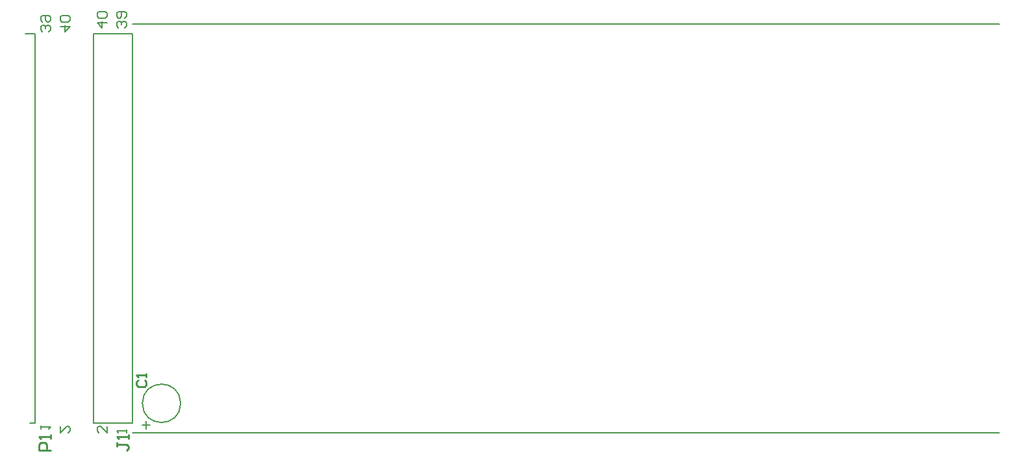
<source format=gto>
G04*
G04 #@! TF.GenerationSoftware,Altium Limited,Altium Designer,21.9.1 (22)*
G04*
G04 Layer_Color=65535*
%FSLAX25Y25*%
%MOIN*%
G70*
G04*
G04 #@! TF.SameCoordinates,09A2F519-62F4-4556-9982-E7C42AD15BA3*
G04*
G04*
G04 #@! TF.FilePolarity,Positive*
G04*
G01*
G75*
%ADD10C,0.00787*%
%ADD11C,0.00500*%
%ADD12C,0.00800*%
%ADD13C,0.00591*%
%ADD14C,0.01000*%
D10*
X179842Y125000D02*
G03*
X179842Y125000I-9843J0D01*
G01*
X102500Y115000D02*
X105000D01*
X100000Y315000D02*
X105000D01*
Y115000D02*
Y315000D01*
X155000Y115000D02*
Y315000D01*
X135000Y115000D02*
Y315000D01*
Y115000D02*
X155000D01*
X135000Y315000D02*
X155000D01*
D11*
Y110000D02*
X600000Y110000D01*
X155000Y320000D02*
X600000Y320000D01*
D12*
X118000Y318499D02*
X122998D01*
X120499Y316000D01*
Y319332D01*
X122165Y320998D02*
X122998Y321831D01*
Y323498D01*
X122165Y324331D01*
X118833D01*
X118000Y323498D01*
Y321831D01*
X118833Y320998D01*
X122165D01*
X112165Y316000D02*
X112998Y316833D01*
Y318499D01*
X112165Y319332D01*
X111332D01*
X110499Y318499D01*
Y317666D01*
Y318499D01*
X109666Y319332D01*
X108833D01*
X108000Y318499D01*
Y316833D01*
X108833Y316000D01*
Y320998D02*
X108000Y321831D01*
Y323498D01*
X108833Y324331D01*
X112165D01*
X112998Y323498D01*
Y321831D01*
X112165Y320998D01*
X111332D01*
X110499Y321831D01*
Y324331D01*
X108000Y112000D02*
Y113666D01*
Y112833D01*
X112998D01*
X112165Y112000D01*
X118000Y113332D02*
Y110000D01*
X121332Y113332D01*
X122165D01*
X122998Y112499D01*
Y110833D01*
X122165Y110000D01*
X152000D02*
Y111666D01*
Y110833D01*
X147002D01*
X147835Y110000D01*
X142000Y113332D02*
Y110000D01*
X138668Y113332D01*
X137835D01*
X137002Y112499D01*
Y110833D01*
X137835Y110000D01*
X142000Y320499D02*
X137002D01*
X139501Y318000D01*
Y321332D01*
X137835Y322998D02*
X137002Y323831D01*
Y325498D01*
X137835Y326331D01*
X141167D01*
X142000Y325498D01*
Y323831D01*
X141167Y322998D01*
X137835D01*
X147835Y318000D02*
X147002Y318833D01*
Y320499D01*
X147835Y321332D01*
X148668D01*
X149501Y320499D01*
Y319666D01*
Y320499D01*
X150334Y321332D01*
X151167D01*
X152000Y320499D01*
Y318833D01*
X151167Y318000D01*
Y322998D02*
X152000Y323831D01*
Y325498D01*
X151167Y326331D01*
X147835D01*
X147002Y325498D01*
Y323831D01*
X147835Y322998D01*
X148668D01*
X149501Y323831D01*
Y326331D01*
D13*
X162212Y115889D02*
Y111953D01*
X164180Y113921D02*
X160245D01*
D14*
X147001Y105000D02*
Y103001D01*
Y104000D01*
X151999D01*
X152999Y103001D01*
Y102001D01*
X151999Y101001D01*
X152999Y106999D02*
Y108999D01*
Y107999D01*
X147001D01*
X148001Y106999D01*
X158048Y136881D02*
X157215Y136048D01*
Y134382D01*
X158048Y133549D01*
X161381D01*
X162214Y134382D01*
Y136048D01*
X161381Y136881D01*
X162214Y138547D02*
Y140213D01*
Y139380D01*
X157215D01*
X158048Y138547D01*
X112999Y101001D02*
X107001D01*
Y104000D01*
X108001Y105000D01*
X110000D01*
X111000Y104000D01*
Y101001D01*
X112999Y106999D02*
Y108999D01*
Y107999D01*
X107001D01*
X108001Y106999D01*
M02*

</source>
